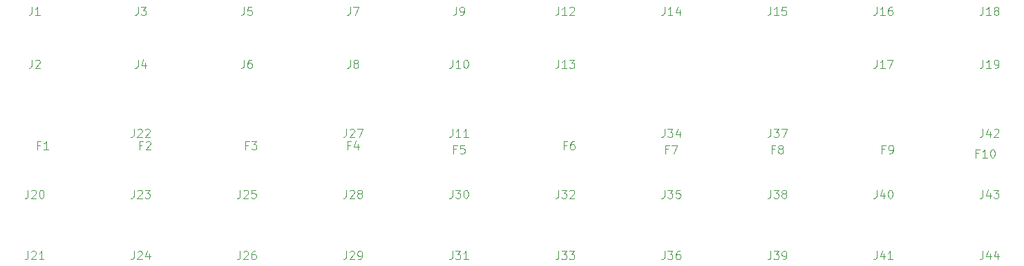
<source format=gbr>
%TF.GenerationSoftware,KiCad,Pcbnew,8.0.2-1*%
%TF.CreationDate,2024-06-10T12:13:12-07:00*%
%TF.ProjectId,FuseBlock,46757365-426c-46f6-936b-2e6b69636164,rev?*%
%TF.SameCoordinates,Original*%
%TF.FileFunction,Legend,Top*%
%TF.FilePolarity,Positive*%
%FSLAX46Y46*%
G04 Gerber Fmt 4.6, Leading zero omitted, Abs format (unit mm)*
G04 Created by KiCad (PCBNEW 8.0.2-1) date 2024-06-10 12:13:12*
%MOMM*%
%LPD*%
G01*
G04 APERTURE LIST*
%ADD10C,0.100000*%
G04 APERTURE END LIST*
D10*
X88690476Y-112457419D02*
X88690476Y-113171704D01*
X88690476Y-113171704D02*
X88642857Y-113314561D01*
X88642857Y-113314561D02*
X88547619Y-113409800D01*
X88547619Y-113409800D02*
X88404762Y-113457419D01*
X88404762Y-113457419D02*
X88309524Y-113457419D01*
X89119048Y-112552657D02*
X89166667Y-112505038D01*
X89166667Y-112505038D02*
X89261905Y-112457419D01*
X89261905Y-112457419D02*
X89500000Y-112457419D01*
X89500000Y-112457419D02*
X89595238Y-112505038D01*
X89595238Y-112505038D02*
X89642857Y-112552657D01*
X89642857Y-112552657D02*
X89690476Y-112647895D01*
X89690476Y-112647895D02*
X89690476Y-112743133D01*
X89690476Y-112743133D02*
X89642857Y-112885990D01*
X89642857Y-112885990D02*
X89071429Y-113457419D01*
X89071429Y-113457419D02*
X89690476Y-113457419D01*
X90547619Y-112790752D02*
X90547619Y-113457419D01*
X90309524Y-112409800D02*
X90071429Y-113124085D01*
X90071429Y-113124085D02*
X90690476Y-113124085D01*
X89666666Y-99433609D02*
X89333333Y-99433609D01*
X89333333Y-99957419D02*
X89333333Y-98957419D01*
X89333333Y-98957419D02*
X89809523Y-98957419D01*
X90142857Y-99052657D02*
X90190476Y-99005038D01*
X90190476Y-99005038D02*
X90285714Y-98957419D01*
X90285714Y-98957419D02*
X90523809Y-98957419D01*
X90523809Y-98957419D02*
X90619047Y-99005038D01*
X90619047Y-99005038D02*
X90666666Y-99052657D01*
X90666666Y-99052657D02*
X90714285Y-99147895D01*
X90714285Y-99147895D02*
X90714285Y-99243133D01*
X90714285Y-99243133D02*
X90666666Y-99385990D01*
X90666666Y-99385990D02*
X90095238Y-99957419D01*
X90095238Y-99957419D02*
X90714285Y-99957419D01*
X127690476Y-112457419D02*
X127690476Y-113171704D01*
X127690476Y-113171704D02*
X127642857Y-113314561D01*
X127642857Y-113314561D02*
X127547619Y-113409800D01*
X127547619Y-113409800D02*
X127404762Y-113457419D01*
X127404762Y-113457419D02*
X127309524Y-113457419D01*
X128071429Y-112457419D02*
X128690476Y-112457419D01*
X128690476Y-112457419D02*
X128357143Y-112838371D01*
X128357143Y-112838371D02*
X128500000Y-112838371D01*
X128500000Y-112838371D02*
X128595238Y-112885990D01*
X128595238Y-112885990D02*
X128642857Y-112933609D01*
X128642857Y-112933609D02*
X128690476Y-113028847D01*
X128690476Y-113028847D02*
X128690476Y-113266942D01*
X128690476Y-113266942D02*
X128642857Y-113362180D01*
X128642857Y-113362180D02*
X128595238Y-113409800D01*
X128595238Y-113409800D02*
X128500000Y-113457419D01*
X128500000Y-113457419D02*
X128214286Y-113457419D01*
X128214286Y-113457419D02*
X128119048Y-113409800D01*
X128119048Y-113409800D02*
X128071429Y-113362180D01*
X129642857Y-113457419D02*
X129071429Y-113457419D01*
X129357143Y-113457419D02*
X129357143Y-112457419D01*
X129357143Y-112457419D02*
X129261905Y-112600276D01*
X129261905Y-112600276D02*
X129166667Y-112695514D01*
X129166667Y-112695514D02*
X129071429Y-112743133D01*
X140690476Y-82457419D02*
X140690476Y-83171704D01*
X140690476Y-83171704D02*
X140642857Y-83314561D01*
X140642857Y-83314561D02*
X140547619Y-83409800D01*
X140547619Y-83409800D02*
X140404762Y-83457419D01*
X140404762Y-83457419D02*
X140309524Y-83457419D01*
X141690476Y-83457419D02*
X141119048Y-83457419D01*
X141404762Y-83457419D02*
X141404762Y-82457419D01*
X141404762Y-82457419D02*
X141309524Y-82600276D01*
X141309524Y-82600276D02*
X141214286Y-82695514D01*
X141214286Y-82695514D02*
X141119048Y-82743133D01*
X142071429Y-82552657D02*
X142119048Y-82505038D01*
X142119048Y-82505038D02*
X142214286Y-82457419D01*
X142214286Y-82457419D02*
X142452381Y-82457419D01*
X142452381Y-82457419D02*
X142547619Y-82505038D01*
X142547619Y-82505038D02*
X142595238Y-82552657D01*
X142595238Y-82552657D02*
X142642857Y-82647895D01*
X142642857Y-82647895D02*
X142642857Y-82743133D01*
X142642857Y-82743133D02*
X142595238Y-82885990D01*
X142595238Y-82885990D02*
X142023810Y-83457419D01*
X142023810Y-83457419D02*
X142642857Y-83457419D01*
X192690476Y-104957419D02*
X192690476Y-105671704D01*
X192690476Y-105671704D02*
X192642857Y-105814561D01*
X192642857Y-105814561D02*
X192547619Y-105909800D01*
X192547619Y-105909800D02*
X192404762Y-105957419D01*
X192404762Y-105957419D02*
X192309524Y-105957419D01*
X193595238Y-105290752D02*
X193595238Y-105957419D01*
X193357143Y-104909800D02*
X193119048Y-105624085D01*
X193119048Y-105624085D02*
X193738095Y-105624085D01*
X194023810Y-104957419D02*
X194642857Y-104957419D01*
X194642857Y-104957419D02*
X194309524Y-105338371D01*
X194309524Y-105338371D02*
X194452381Y-105338371D01*
X194452381Y-105338371D02*
X194547619Y-105385990D01*
X194547619Y-105385990D02*
X194595238Y-105433609D01*
X194595238Y-105433609D02*
X194642857Y-105528847D01*
X194642857Y-105528847D02*
X194642857Y-105766942D01*
X194642857Y-105766942D02*
X194595238Y-105862180D01*
X194595238Y-105862180D02*
X194547619Y-105909800D01*
X194547619Y-105909800D02*
X194452381Y-105957419D01*
X194452381Y-105957419D02*
X194166667Y-105957419D01*
X194166667Y-105957419D02*
X194071429Y-105909800D01*
X194071429Y-105909800D02*
X194023810Y-105862180D01*
X76166666Y-82457419D02*
X76166666Y-83171704D01*
X76166666Y-83171704D02*
X76119047Y-83314561D01*
X76119047Y-83314561D02*
X76023809Y-83409800D01*
X76023809Y-83409800D02*
X75880952Y-83457419D01*
X75880952Y-83457419D02*
X75785714Y-83457419D01*
X77166666Y-83457419D02*
X76595238Y-83457419D01*
X76880952Y-83457419D02*
X76880952Y-82457419D01*
X76880952Y-82457419D02*
X76785714Y-82600276D01*
X76785714Y-82600276D02*
X76690476Y-82695514D01*
X76690476Y-82695514D02*
X76595238Y-82743133D01*
X101690476Y-112457419D02*
X101690476Y-113171704D01*
X101690476Y-113171704D02*
X101642857Y-113314561D01*
X101642857Y-113314561D02*
X101547619Y-113409800D01*
X101547619Y-113409800D02*
X101404762Y-113457419D01*
X101404762Y-113457419D02*
X101309524Y-113457419D01*
X102119048Y-112552657D02*
X102166667Y-112505038D01*
X102166667Y-112505038D02*
X102261905Y-112457419D01*
X102261905Y-112457419D02*
X102500000Y-112457419D01*
X102500000Y-112457419D02*
X102595238Y-112505038D01*
X102595238Y-112505038D02*
X102642857Y-112552657D01*
X102642857Y-112552657D02*
X102690476Y-112647895D01*
X102690476Y-112647895D02*
X102690476Y-112743133D01*
X102690476Y-112743133D02*
X102642857Y-112885990D01*
X102642857Y-112885990D02*
X102071429Y-113457419D01*
X102071429Y-113457419D02*
X102690476Y-113457419D01*
X103547619Y-112457419D02*
X103357143Y-112457419D01*
X103357143Y-112457419D02*
X103261905Y-112505038D01*
X103261905Y-112505038D02*
X103214286Y-112552657D01*
X103214286Y-112552657D02*
X103119048Y-112695514D01*
X103119048Y-112695514D02*
X103071429Y-112885990D01*
X103071429Y-112885990D02*
X103071429Y-113266942D01*
X103071429Y-113266942D02*
X103119048Y-113362180D01*
X103119048Y-113362180D02*
X103166667Y-113409800D01*
X103166667Y-113409800D02*
X103261905Y-113457419D01*
X103261905Y-113457419D02*
X103452381Y-113457419D01*
X103452381Y-113457419D02*
X103547619Y-113409800D01*
X103547619Y-113409800D02*
X103595238Y-113362180D01*
X103595238Y-113362180D02*
X103642857Y-113266942D01*
X103642857Y-113266942D02*
X103642857Y-113028847D01*
X103642857Y-113028847D02*
X103595238Y-112933609D01*
X103595238Y-112933609D02*
X103547619Y-112885990D01*
X103547619Y-112885990D02*
X103452381Y-112838371D01*
X103452381Y-112838371D02*
X103261905Y-112838371D01*
X103261905Y-112838371D02*
X103166667Y-112885990D01*
X103166667Y-112885990D02*
X103119048Y-112933609D01*
X103119048Y-112933609D02*
X103071429Y-113028847D01*
X179690476Y-88957419D02*
X179690476Y-89671704D01*
X179690476Y-89671704D02*
X179642857Y-89814561D01*
X179642857Y-89814561D02*
X179547619Y-89909800D01*
X179547619Y-89909800D02*
X179404762Y-89957419D01*
X179404762Y-89957419D02*
X179309524Y-89957419D01*
X180690476Y-89957419D02*
X180119048Y-89957419D01*
X180404762Y-89957419D02*
X180404762Y-88957419D01*
X180404762Y-88957419D02*
X180309524Y-89100276D01*
X180309524Y-89100276D02*
X180214286Y-89195514D01*
X180214286Y-89195514D02*
X180119048Y-89243133D01*
X181023810Y-88957419D02*
X181690476Y-88957419D01*
X181690476Y-88957419D02*
X181261905Y-89957419D01*
X127690476Y-104957419D02*
X127690476Y-105671704D01*
X127690476Y-105671704D02*
X127642857Y-105814561D01*
X127642857Y-105814561D02*
X127547619Y-105909800D01*
X127547619Y-105909800D02*
X127404762Y-105957419D01*
X127404762Y-105957419D02*
X127309524Y-105957419D01*
X128071429Y-104957419D02*
X128690476Y-104957419D01*
X128690476Y-104957419D02*
X128357143Y-105338371D01*
X128357143Y-105338371D02*
X128500000Y-105338371D01*
X128500000Y-105338371D02*
X128595238Y-105385990D01*
X128595238Y-105385990D02*
X128642857Y-105433609D01*
X128642857Y-105433609D02*
X128690476Y-105528847D01*
X128690476Y-105528847D02*
X128690476Y-105766942D01*
X128690476Y-105766942D02*
X128642857Y-105862180D01*
X128642857Y-105862180D02*
X128595238Y-105909800D01*
X128595238Y-105909800D02*
X128500000Y-105957419D01*
X128500000Y-105957419D02*
X128214286Y-105957419D01*
X128214286Y-105957419D02*
X128119048Y-105909800D01*
X128119048Y-105909800D02*
X128071429Y-105862180D01*
X129309524Y-104957419D02*
X129404762Y-104957419D01*
X129404762Y-104957419D02*
X129500000Y-105005038D01*
X129500000Y-105005038D02*
X129547619Y-105052657D01*
X129547619Y-105052657D02*
X129595238Y-105147895D01*
X129595238Y-105147895D02*
X129642857Y-105338371D01*
X129642857Y-105338371D02*
X129642857Y-105576466D01*
X129642857Y-105576466D02*
X129595238Y-105766942D01*
X129595238Y-105766942D02*
X129547619Y-105862180D01*
X129547619Y-105862180D02*
X129500000Y-105909800D01*
X129500000Y-105909800D02*
X129404762Y-105957419D01*
X129404762Y-105957419D02*
X129309524Y-105957419D01*
X129309524Y-105957419D02*
X129214286Y-105909800D01*
X129214286Y-105909800D02*
X129166667Y-105862180D01*
X129166667Y-105862180D02*
X129119048Y-105766942D01*
X129119048Y-105766942D02*
X129071429Y-105576466D01*
X129071429Y-105576466D02*
X129071429Y-105338371D01*
X129071429Y-105338371D02*
X129119048Y-105147895D01*
X129119048Y-105147895D02*
X129166667Y-105052657D01*
X129166667Y-105052657D02*
X129214286Y-105005038D01*
X129214286Y-105005038D02*
X129309524Y-104957419D01*
X101690476Y-104957419D02*
X101690476Y-105671704D01*
X101690476Y-105671704D02*
X101642857Y-105814561D01*
X101642857Y-105814561D02*
X101547619Y-105909800D01*
X101547619Y-105909800D02*
X101404762Y-105957419D01*
X101404762Y-105957419D02*
X101309524Y-105957419D01*
X102119048Y-105052657D02*
X102166667Y-105005038D01*
X102166667Y-105005038D02*
X102261905Y-104957419D01*
X102261905Y-104957419D02*
X102500000Y-104957419D01*
X102500000Y-104957419D02*
X102595238Y-105005038D01*
X102595238Y-105005038D02*
X102642857Y-105052657D01*
X102642857Y-105052657D02*
X102690476Y-105147895D01*
X102690476Y-105147895D02*
X102690476Y-105243133D01*
X102690476Y-105243133D02*
X102642857Y-105385990D01*
X102642857Y-105385990D02*
X102071429Y-105957419D01*
X102071429Y-105957419D02*
X102690476Y-105957419D01*
X103595238Y-104957419D02*
X103119048Y-104957419D01*
X103119048Y-104957419D02*
X103071429Y-105433609D01*
X103071429Y-105433609D02*
X103119048Y-105385990D01*
X103119048Y-105385990D02*
X103214286Y-105338371D01*
X103214286Y-105338371D02*
X103452381Y-105338371D01*
X103452381Y-105338371D02*
X103547619Y-105385990D01*
X103547619Y-105385990D02*
X103595238Y-105433609D01*
X103595238Y-105433609D02*
X103642857Y-105528847D01*
X103642857Y-105528847D02*
X103642857Y-105766942D01*
X103642857Y-105766942D02*
X103595238Y-105862180D01*
X103595238Y-105862180D02*
X103547619Y-105909800D01*
X103547619Y-105909800D02*
X103452381Y-105957419D01*
X103452381Y-105957419D02*
X103214286Y-105957419D01*
X103214286Y-105957419D02*
X103119048Y-105909800D01*
X103119048Y-105909800D02*
X103071429Y-105862180D01*
X89166666Y-88957419D02*
X89166666Y-89671704D01*
X89166666Y-89671704D02*
X89119047Y-89814561D01*
X89119047Y-89814561D02*
X89023809Y-89909800D01*
X89023809Y-89909800D02*
X88880952Y-89957419D01*
X88880952Y-89957419D02*
X88785714Y-89957419D01*
X90071428Y-89290752D02*
X90071428Y-89957419D01*
X89833333Y-88909800D02*
X89595238Y-89624085D01*
X89595238Y-89624085D02*
X90214285Y-89624085D01*
X128166666Y-99933609D02*
X127833333Y-99933609D01*
X127833333Y-100457419D02*
X127833333Y-99457419D01*
X127833333Y-99457419D02*
X128309523Y-99457419D01*
X129166666Y-99457419D02*
X128690476Y-99457419D01*
X128690476Y-99457419D02*
X128642857Y-99933609D01*
X128642857Y-99933609D02*
X128690476Y-99885990D01*
X128690476Y-99885990D02*
X128785714Y-99838371D01*
X128785714Y-99838371D02*
X129023809Y-99838371D01*
X129023809Y-99838371D02*
X129119047Y-99885990D01*
X129119047Y-99885990D02*
X129166666Y-99933609D01*
X129166666Y-99933609D02*
X129214285Y-100028847D01*
X129214285Y-100028847D02*
X129214285Y-100266942D01*
X129214285Y-100266942D02*
X129166666Y-100362180D01*
X129166666Y-100362180D02*
X129119047Y-100409800D01*
X129119047Y-100409800D02*
X129023809Y-100457419D01*
X129023809Y-100457419D02*
X128785714Y-100457419D01*
X128785714Y-100457419D02*
X128690476Y-100409800D01*
X128690476Y-100409800D02*
X128642857Y-100362180D01*
X115166666Y-82457419D02*
X115166666Y-83171704D01*
X115166666Y-83171704D02*
X115119047Y-83314561D01*
X115119047Y-83314561D02*
X115023809Y-83409800D01*
X115023809Y-83409800D02*
X114880952Y-83457419D01*
X114880952Y-83457419D02*
X114785714Y-83457419D01*
X115547619Y-82457419D02*
X116214285Y-82457419D01*
X116214285Y-82457419D02*
X115785714Y-83457419D01*
X179690476Y-82457419D02*
X179690476Y-83171704D01*
X179690476Y-83171704D02*
X179642857Y-83314561D01*
X179642857Y-83314561D02*
X179547619Y-83409800D01*
X179547619Y-83409800D02*
X179404762Y-83457419D01*
X179404762Y-83457419D02*
X179309524Y-83457419D01*
X180690476Y-83457419D02*
X180119048Y-83457419D01*
X180404762Y-83457419D02*
X180404762Y-82457419D01*
X180404762Y-82457419D02*
X180309524Y-82600276D01*
X180309524Y-82600276D02*
X180214286Y-82695514D01*
X180214286Y-82695514D02*
X180119048Y-82743133D01*
X181547619Y-82457419D02*
X181357143Y-82457419D01*
X181357143Y-82457419D02*
X181261905Y-82505038D01*
X181261905Y-82505038D02*
X181214286Y-82552657D01*
X181214286Y-82552657D02*
X181119048Y-82695514D01*
X181119048Y-82695514D02*
X181071429Y-82885990D01*
X181071429Y-82885990D02*
X181071429Y-83266942D01*
X181071429Y-83266942D02*
X181119048Y-83362180D01*
X181119048Y-83362180D02*
X181166667Y-83409800D01*
X181166667Y-83409800D02*
X181261905Y-83457419D01*
X181261905Y-83457419D02*
X181452381Y-83457419D01*
X181452381Y-83457419D02*
X181547619Y-83409800D01*
X181547619Y-83409800D02*
X181595238Y-83362180D01*
X181595238Y-83362180D02*
X181642857Y-83266942D01*
X181642857Y-83266942D02*
X181642857Y-83028847D01*
X181642857Y-83028847D02*
X181595238Y-82933609D01*
X181595238Y-82933609D02*
X181547619Y-82885990D01*
X181547619Y-82885990D02*
X181452381Y-82838371D01*
X181452381Y-82838371D02*
X181261905Y-82838371D01*
X181261905Y-82838371D02*
X181166667Y-82885990D01*
X181166667Y-82885990D02*
X181119048Y-82933609D01*
X181119048Y-82933609D02*
X181071429Y-83028847D01*
X114690476Y-97457419D02*
X114690476Y-98171704D01*
X114690476Y-98171704D02*
X114642857Y-98314561D01*
X114642857Y-98314561D02*
X114547619Y-98409800D01*
X114547619Y-98409800D02*
X114404762Y-98457419D01*
X114404762Y-98457419D02*
X114309524Y-98457419D01*
X115119048Y-97552657D02*
X115166667Y-97505038D01*
X115166667Y-97505038D02*
X115261905Y-97457419D01*
X115261905Y-97457419D02*
X115500000Y-97457419D01*
X115500000Y-97457419D02*
X115595238Y-97505038D01*
X115595238Y-97505038D02*
X115642857Y-97552657D01*
X115642857Y-97552657D02*
X115690476Y-97647895D01*
X115690476Y-97647895D02*
X115690476Y-97743133D01*
X115690476Y-97743133D02*
X115642857Y-97885990D01*
X115642857Y-97885990D02*
X115071429Y-98457419D01*
X115071429Y-98457419D02*
X115690476Y-98457419D01*
X116023810Y-97457419D02*
X116690476Y-97457419D01*
X116690476Y-97457419D02*
X116261905Y-98457419D01*
X102666666Y-99433609D02*
X102333333Y-99433609D01*
X102333333Y-99957419D02*
X102333333Y-98957419D01*
X102333333Y-98957419D02*
X102809523Y-98957419D01*
X103095238Y-98957419D02*
X103714285Y-98957419D01*
X103714285Y-98957419D02*
X103380952Y-99338371D01*
X103380952Y-99338371D02*
X103523809Y-99338371D01*
X103523809Y-99338371D02*
X103619047Y-99385990D01*
X103619047Y-99385990D02*
X103666666Y-99433609D01*
X103666666Y-99433609D02*
X103714285Y-99528847D01*
X103714285Y-99528847D02*
X103714285Y-99766942D01*
X103714285Y-99766942D02*
X103666666Y-99862180D01*
X103666666Y-99862180D02*
X103619047Y-99909800D01*
X103619047Y-99909800D02*
X103523809Y-99957419D01*
X103523809Y-99957419D02*
X103238095Y-99957419D01*
X103238095Y-99957419D02*
X103142857Y-99909800D01*
X103142857Y-99909800D02*
X103095238Y-99862180D01*
X115166666Y-99433609D02*
X114833333Y-99433609D01*
X114833333Y-99957419D02*
X114833333Y-98957419D01*
X114833333Y-98957419D02*
X115309523Y-98957419D01*
X116119047Y-99290752D02*
X116119047Y-99957419D01*
X115880952Y-98909800D02*
X115642857Y-99624085D01*
X115642857Y-99624085D02*
X116261904Y-99624085D01*
X153690476Y-112457419D02*
X153690476Y-113171704D01*
X153690476Y-113171704D02*
X153642857Y-113314561D01*
X153642857Y-113314561D02*
X153547619Y-113409800D01*
X153547619Y-113409800D02*
X153404762Y-113457419D01*
X153404762Y-113457419D02*
X153309524Y-113457419D01*
X154071429Y-112457419D02*
X154690476Y-112457419D01*
X154690476Y-112457419D02*
X154357143Y-112838371D01*
X154357143Y-112838371D02*
X154500000Y-112838371D01*
X154500000Y-112838371D02*
X154595238Y-112885990D01*
X154595238Y-112885990D02*
X154642857Y-112933609D01*
X154642857Y-112933609D02*
X154690476Y-113028847D01*
X154690476Y-113028847D02*
X154690476Y-113266942D01*
X154690476Y-113266942D02*
X154642857Y-113362180D01*
X154642857Y-113362180D02*
X154595238Y-113409800D01*
X154595238Y-113409800D02*
X154500000Y-113457419D01*
X154500000Y-113457419D02*
X154214286Y-113457419D01*
X154214286Y-113457419D02*
X154119048Y-113409800D01*
X154119048Y-113409800D02*
X154071429Y-113362180D01*
X155547619Y-112457419D02*
X155357143Y-112457419D01*
X155357143Y-112457419D02*
X155261905Y-112505038D01*
X155261905Y-112505038D02*
X155214286Y-112552657D01*
X155214286Y-112552657D02*
X155119048Y-112695514D01*
X155119048Y-112695514D02*
X155071429Y-112885990D01*
X155071429Y-112885990D02*
X155071429Y-113266942D01*
X155071429Y-113266942D02*
X155119048Y-113362180D01*
X155119048Y-113362180D02*
X155166667Y-113409800D01*
X155166667Y-113409800D02*
X155261905Y-113457419D01*
X155261905Y-113457419D02*
X155452381Y-113457419D01*
X155452381Y-113457419D02*
X155547619Y-113409800D01*
X155547619Y-113409800D02*
X155595238Y-113362180D01*
X155595238Y-113362180D02*
X155642857Y-113266942D01*
X155642857Y-113266942D02*
X155642857Y-113028847D01*
X155642857Y-113028847D02*
X155595238Y-112933609D01*
X155595238Y-112933609D02*
X155547619Y-112885990D01*
X155547619Y-112885990D02*
X155452381Y-112838371D01*
X155452381Y-112838371D02*
X155261905Y-112838371D01*
X155261905Y-112838371D02*
X155166667Y-112885990D01*
X155166667Y-112885990D02*
X155119048Y-112933609D01*
X155119048Y-112933609D02*
X155071429Y-113028847D01*
X192690476Y-97457419D02*
X192690476Y-98171704D01*
X192690476Y-98171704D02*
X192642857Y-98314561D01*
X192642857Y-98314561D02*
X192547619Y-98409800D01*
X192547619Y-98409800D02*
X192404762Y-98457419D01*
X192404762Y-98457419D02*
X192309524Y-98457419D01*
X193595238Y-97790752D02*
X193595238Y-98457419D01*
X193357143Y-97409800D02*
X193119048Y-98124085D01*
X193119048Y-98124085D02*
X193738095Y-98124085D01*
X194071429Y-97552657D02*
X194119048Y-97505038D01*
X194119048Y-97505038D02*
X194214286Y-97457419D01*
X194214286Y-97457419D02*
X194452381Y-97457419D01*
X194452381Y-97457419D02*
X194547619Y-97505038D01*
X194547619Y-97505038D02*
X194595238Y-97552657D01*
X194595238Y-97552657D02*
X194642857Y-97647895D01*
X194642857Y-97647895D02*
X194642857Y-97743133D01*
X194642857Y-97743133D02*
X194595238Y-97885990D01*
X194595238Y-97885990D02*
X194023810Y-98457419D01*
X194023810Y-98457419D02*
X194642857Y-98457419D01*
X75690476Y-104957419D02*
X75690476Y-105671704D01*
X75690476Y-105671704D02*
X75642857Y-105814561D01*
X75642857Y-105814561D02*
X75547619Y-105909800D01*
X75547619Y-105909800D02*
X75404762Y-105957419D01*
X75404762Y-105957419D02*
X75309524Y-105957419D01*
X76119048Y-105052657D02*
X76166667Y-105005038D01*
X76166667Y-105005038D02*
X76261905Y-104957419D01*
X76261905Y-104957419D02*
X76500000Y-104957419D01*
X76500000Y-104957419D02*
X76595238Y-105005038D01*
X76595238Y-105005038D02*
X76642857Y-105052657D01*
X76642857Y-105052657D02*
X76690476Y-105147895D01*
X76690476Y-105147895D02*
X76690476Y-105243133D01*
X76690476Y-105243133D02*
X76642857Y-105385990D01*
X76642857Y-105385990D02*
X76071429Y-105957419D01*
X76071429Y-105957419D02*
X76690476Y-105957419D01*
X77309524Y-104957419D02*
X77404762Y-104957419D01*
X77404762Y-104957419D02*
X77500000Y-105005038D01*
X77500000Y-105005038D02*
X77547619Y-105052657D01*
X77547619Y-105052657D02*
X77595238Y-105147895D01*
X77595238Y-105147895D02*
X77642857Y-105338371D01*
X77642857Y-105338371D02*
X77642857Y-105576466D01*
X77642857Y-105576466D02*
X77595238Y-105766942D01*
X77595238Y-105766942D02*
X77547619Y-105862180D01*
X77547619Y-105862180D02*
X77500000Y-105909800D01*
X77500000Y-105909800D02*
X77404762Y-105957419D01*
X77404762Y-105957419D02*
X77309524Y-105957419D01*
X77309524Y-105957419D02*
X77214286Y-105909800D01*
X77214286Y-105909800D02*
X77166667Y-105862180D01*
X77166667Y-105862180D02*
X77119048Y-105766942D01*
X77119048Y-105766942D02*
X77071429Y-105576466D01*
X77071429Y-105576466D02*
X77071429Y-105338371D01*
X77071429Y-105338371D02*
X77119048Y-105147895D01*
X77119048Y-105147895D02*
X77166667Y-105052657D01*
X77166667Y-105052657D02*
X77214286Y-105005038D01*
X77214286Y-105005038D02*
X77309524Y-104957419D01*
X192690476Y-88957419D02*
X192690476Y-89671704D01*
X192690476Y-89671704D02*
X192642857Y-89814561D01*
X192642857Y-89814561D02*
X192547619Y-89909800D01*
X192547619Y-89909800D02*
X192404762Y-89957419D01*
X192404762Y-89957419D02*
X192309524Y-89957419D01*
X193690476Y-89957419D02*
X193119048Y-89957419D01*
X193404762Y-89957419D02*
X193404762Y-88957419D01*
X193404762Y-88957419D02*
X193309524Y-89100276D01*
X193309524Y-89100276D02*
X193214286Y-89195514D01*
X193214286Y-89195514D02*
X193119048Y-89243133D01*
X194166667Y-89957419D02*
X194357143Y-89957419D01*
X194357143Y-89957419D02*
X194452381Y-89909800D01*
X194452381Y-89909800D02*
X194500000Y-89862180D01*
X194500000Y-89862180D02*
X194595238Y-89719323D01*
X194595238Y-89719323D02*
X194642857Y-89528847D01*
X194642857Y-89528847D02*
X194642857Y-89147895D01*
X194642857Y-89147895D02*
X194595238Y-89052657D01*
X194595238Y-89052657D02*
X194547619Y-89005038D01*
X194547619Y-89005038D02*
X194452381Y-88957419D01*
X194452381Y-88957419D02*
X194261905Y-88957419D01*
X194261905Y-88957419D02*
X194166667Y-89005038D01*
X194166667Y-89005038D02*
X194119048Y-89052657D01*
X194119048Y-89052657D02*
X194071429Y-89147895D01*
X194071429Y-89147895D02*
X194071429Y-89385990D01*
X194071429Y-89385990D02*
X194119048Y-89481228D01*
X194119048Y-89481228D02*
X194166667Y-89528847D01*
X194166667Y-89528847D02*
X194261905Y-89576466D01*
X194261905Y-89576466D02*
X194452381Y-89576466D01*
X194452381Y-89576466D02*
X194547619Y-89528847D01*
X194547619Y-89528847D02*
X194595238Y-89481228D01*
X194595238Y-89481228D02*
X194642857Y-89385990D01*
X167166666Y-99933609D02*
X166833333Y-99933609D01*
X166833333Y-100457419D02*
X166833333Y-99457419D01*
X166833333Y-99457419D02*
X167309523Y-99457419D01*
X167833333Y-99885990D02*
X167738095Y-99838371D01*
X167738095Y-99838371D02*
X167690476Y-99790752D01*
X167690476Y-99790752D02*
X167642857Y-99695514D01*
X167642857Y-99695514D02*
X167642857Y-99647895D01*
X167642857Y-99647895D02*
X167690476Y-99552657D01*
X167690476Y-99552657D02*
X167738095Y-99505038D01*
X167738095Y-99505038D02*
X167833333Y-99457419D01*
X167833333Y-99457419D02*
X168023809Y-99457419D01*
X168023809Y-99457419D02*
X168119047Y-99505038D01*
X168119047Y-99505038D02*
X168166666Y-99552657D01*
X168166666Y-99552657D02*
X168214285Y-99647895D01*
X168214285Y-99647895D02*
X168214285Y-99695514D01*
X168214285Y-99695514D02*
X168166666Y-99790752D01*
X168166666Y-99790752D02*
X168119047Y-99838371D01*
X168119047Y-99838371D02*
X168023809Y-99885990D01*
X168023809Y-99885990D02*
X167833333Y-99885990D01*
X167833333Y-99885990D02*
X167738095Y-99933609D01*
X167738095Y-99933609D02*
X167690476Y-99981228D01*
X167690476Y-99981228D02*
X167642857Y-100076466D01*
X167642857Y-100076466D02*
X167642857Y-100266942D01*
X167642857Y-100266942D02*
X167690476Y-100362180D01*
X167690476Y-100362180D02*
X167738095Y-100409800D01*
X167738095Y-100409800D02*
X167833333Y-100457419D01*
X167833333Y-100457419D02*
X168023809Y-100457419D01*
X168023809Y-100457419D02*
X168119047Y-100409800D01*
X168119047Y-100409800D02*
X168166666Y-100362180D01*
X168166666Y-100362180D02*
X168214285Y-100266942D01*
X168214285Y-100266942D02*
X168214285Y-100076466D01*
X168214285Y-100076466D02*
X168166666Y-99981228D01*
X168166666Y-99981228D02*
X168119047Y-99933609D01*
X168119047Y-99933609D02*
X168023809Y-99885990D01*
X115166666Y-88957419D02*
X115166666Y-89671704D01*
X115166666Y-89671704D02*
X115119047Y-89814561D01*
X115119047Y-89814561D02*
X115023809Y-89909800D01*
X115023809Y-89909800D02*
X114880952Y-89957419D01*
X114880952Y-89957419D02*
X114785714Y-89957419D01*
X115785714Y-89385990D02*
X115690476Y-89338371D01*
X115690476Y-89338371D02*
X115642857Y-89290752D01*
X115642857Y-89290752D02*
X115595238Y-89195514D01*
X115595238Y-89195514D02*
X115595238Y-89147895D01*
X115595238Y-89147895D02*
X115642857Y-89052657D01*
X115642857Y-89052657D02*
X115690476Y-89005038D01*
X115690476Y-89005038D02*
X115785714Y-88957419D01*
X115785714Y-88957419D02*
X115976190Y-88957419D01*
X115976190Y-88957419D02*
X116071428Y-89005038D01*
X116071428Y-89005038D02*
X116119047Y-89052657D01*
X116119047Y-89052657D02*
X116166666Y-89147895D01*
X116166666Y-89147895D02*
X116166666Y-89195514D01*
X116166666Y-89195514D02*
X116119047Y-89290752D01*
X116119047Y-89290752D02*
X116071428Y-89338371D01*
X116071428Y-89338371D02*
X115976190Y-89385990D01*
X115976190Y-89385990D02*
X115785714Y-89385990D01*
X115785714Y-89385990D02*
X115690476Y-89433609D01*
X115690476Y-89433609D02*
X115642857Y-89481228D01*
X115642857Y-89481228D02*
X115595238Y-89576466D01*
X115595238Y-89576466D02*
X115595238Y-89766942D01*
X115595238Y-89766942D02*
X115642857Y-89862180D01*
X115642857Y-89862180D02*
X115690476Y-89909800D01*
X115690476Y-89909800D02*
X115785714Y-89957419D01*
X115785714Y-89957419D02*
X115976190Y-89957419D01*
X115976190Y-89957419D02*
X116071428Y-89909800D01*
X116071428Y-89909800D02*
X116119047Y-89862180D01*
X116119047Y-89862180D02*
X116166666Y-89766942D01*
X116166666Y-89766942D02*
X116166666Y-89576466D01*
X116166666Y-89576466D02*
X116119047Y-89481228D01*
X116119047Y-89481228D02*
X116071428Y-89433609D01*
X116071428Y-89433609D02*
X115976190Y-89385990D01*
X127690476Y-88957419D02*
X127690476Y-89671704D01*
X127690476Y-89671704D02*
X127642857Y-89814561D01*
X127642857Y-89814561D02*
X127547619Y-89909800D01*
X127547619Y-89909800D02*
X127404762Y-89957419D01*
X127404762Y-89957419D02*
X127309524Y-89957419D01*
X128690476Y-89957419D02*
X128119048Y-89957419D01*
X128404762Y-89957419D02*
X128404762Y-88957419D01*
X128404762Y-88957419D02*
X128309524Y-89100276D01*
X128309524Y-89100276D02*
X128214286Y-89195514D01*
X128214286Y-89195514D02*
X128119048Y-89243133D01*
X129309524Y-88957419D02*
X129404762Y-88957419D01*
X129404762Y-88957419D02*
X129500000Y-89005038D01*
X129500000Y-89005038D02*
X129547619Y-89052657D01*
X129547619Y-89052657D02*
X129595238Y-89147895D01*
X129595238Y-89147895D02*
X129642857Y-89338371D01*
X129642857Y-89338371D02*
X129642857Y-89576466D01*
X129642857Y-89576466D02*
X129595238Y-89766942D01*
X129595238Y-89766942D02*
X129547619Y-89862180D01*
X129547619Y-89862180D02*
X129500000Y-89909800D01*
X129500000Y-89909800D02*
X129404762Y-89957419D01*
X129404762Y-89957419D02*
X129309524Y-89957419D01*
X129309524Y-89957419D02*
X129214286Y-89909800D01*
X129214286Y-89909800D02*
X129166667Y-89862180D01*
X129166667Y-89862180D02*
X129119048Y-89766942D01*
X129119048Y-89766942D02*
X129071429Y-89576466D01*
X129071429Y-89576466D02*
X129071429Y-89338371D01*
X129071429Y-89338371D02*
X129119048Y-89147895D01*
X129119048Y-89147895D02*
X129166667Y-89052657D01*
X129166667Y-89052657D02*
X129214286Y-89005038D01*
X129214286Y-89005038D02*
X129309524Y-88957419D01*
X88690476Y-104957419D02*
X88690476Y-105671704D01*
X88690476Y-105671704D02*
X88642857Y-105814561D01*
X88642857Y-105814561D02*
X88547619Y-105909800D01*
X88547619Y-105909800D02*
X88404762Y-105957419D01*
X88404762Y-105957419D02*
X88309524Y-105957419D01*
X89119048Y-105052657D02*
X89166667Y-105005038D01*
X89166667Y-105005038D02*
X89261905Y-104957419D01*
X89261905Y-104957419D02*
X89500000Y-104957419D01*
X89500000Y-104957419D02*
X89595238Y-105005038D01*
X89595238Y-105005038D02*
X89642857Y-105052657D01*
X89642857Y-105052657D02*
X89690476Y-105147895D01*
X89690476Y-105147895D02*
X89690476Y-105243133D01*
X89690476Y-105243133D02*
X89642857Y-105385990D01*
X89642857Y-105385990D02*
X89071429Y-105957419D01*
X89071429Y-105957419D02*
X89690476Y-105957419D01*
X90023810Y-104957419D02*
X90642857Y-104957419D01*
X90642857Y-104957419D02*
X90309524Y-105338371D01*
X90309524Y-105338371D02*
X90452381Y-105338371D01*
X90452381Y-105338371D02*
X90547619Y-105385990D01*
X90547619Y-105385990D02*
X90595238Y-105433609D01*
X90595238Y-105433609D02*
X90642857Y-105528847D01*
X90642857Y-105528847D02*
X90642857Y-105766942D01*
X90642857Y-105766942D02*
X90595238Y-105862180D01*
X90595238Y-105862180D02*
X90547619Y-105909800D01*
X90547619Y-105909800D02*
X90452381Y-105957419D01*
X90452381Y-105957419D02*
X90166667Y-105957419D01*
X90166667Y-105957419D02*
X90071429Y-105909800D01*
X90071429Y-105909800D02*
X90023810Y-105862180D01*
X154166666Y-99933609D02*
X153833333Y-99933609D01*
X153833333Y-100457419D02*
X153833333Y-99457419D01*
X153833333Y-99457419D02*
X154309523Y-99457419D01*
X154595238Y-99457419D02*
X155261904Y-99457419D01*
X155261904Y-99457419D02*
X154833333Y-100457419D01*
X127690476Y-97457419D02*
X127690476Y-98171704D01*
X127690476Y-98171704D02*
X127642857Y-98314561D01*
X127642857Y-98314561D02*
X127547619Y-98409800D01*
X127547619Y-98409800D02*
X127404762Y-98457419D01*
X127404762Y-98457419D02*
X127309524Y-98457419D01*
X128690476Y-98457419D02*
X128119048Y-98457419D01*
X128404762Y-98457419D02*
X128404762Y-97457419D01*
X128404762Y-97457419D02*
X128309524Y-97600276D01*
X128309524Y-97600276D02*
X128214286Y-97695514D01*
X128214286Y-97695514D02*
X128119048Y-97743133D01*
X129642857Y-98457419D02*
X129071429Y-98457419D01*
X129357143Y-98457419D02*
X129357143Y-97457419D01*
X129357143Y-97457419D02*
X129261905Y-97600276D01*
X129261905Y-97600276D02*
X129166667Y-97695514D01*
X129166667Y-97695514D02*
X129071429Y-97743133D01*
X89166666Y-82457419D02*
X89166666Y-83171704D01*
X89166666Y-83171704D02*
X89119047Y-83314561D01*
X89119047Y-83314561D02*
X89023809Y-83409800D01*
X89023809Y-83409800D02*
X88880952Y-83457419D01*
X88880952Y-83457419D02*
X88785714Y-83457419D01*
X89547619Y-82457419D02*
X90166666Y-82457419D01*
X90166666Y-82457419D02*
X89833333Y-82838371D01*
X89833333Y-82838371D02*
X89976190Y-82838371D01*
X89976190Y-82838371D02*
X90071428Y-82885990D01*
X90071428Y-82885990D02*
X90119047Y-82933609D01*
X90119047Y-82933609D02*
X90166666Y-83028847D01*
X90166666Y-83028847D02*
X90166666Y-83266942D01*
X90166666Y-83266942D02*
X90119047Y-83362180D01*
X90119047Y-83362180D02*
X90071428Y-83409800D01*
X90071428Y-83409800D02*
X89976190Y-83457419D01*
X89976190Y-83457419D02*
X89690476Y-83457419D01*
X89690476Y-83457419D02*
X89595238Y-83409800D01*
X89595238Y-83409800D02*
X89547619Y-83362180D01*
X76166666Y-88957419D02*
X76166666Y-89671704D01*
X76166666Y-89671704D02*
X76119047Y-89814561D01*
X76119047Y-89814561D02*
X76023809Y-89909800D01*
X76023809Y-89909800D02*
X75880952Y-89957419D01*
X75880952Y-89957419D02*
X75785714Y-89957419D01*
X76595238Y-89052657D02*
X76642857Y-89005038D01*
X76642857Y-89005038D02*
X76738095Y-88957419D01*
X76738095Y-88957419D02*
X76976190Y-88957419D01*
X76976190Y-88957419D02*
X77071428Y-89005038D01*
X77071428Y-89005038D02*
X77119047Y-89052657D01*
X77119047Y-89052657D02*
X77166666Y-89147895D01*
X77166666Y-89147895D02*
X77166666Y-89243133D01*
X77166666Y-89243133D02*
X77119047Y-89385990D01*
X77119047Y-89385990D02*
X76547619Y-89957419D01*
X76547619Y-89957419D02*
X77166666Y-89957419D01*
X166690476Y-97457419D02*
X166690476Y-98171704D01*
X166690476Y-98171704D02*
X166642857Y-98314561D01*
X166642857Y-98314561D02*
X166547619Y-98409800D01*
X166547619Y-98409800D02*
X166404762Y-98457419D01*
X166404762Y-98457419D02*
X166309524Y-98457419D01*
X167071429Y-97457419D02*
X167690476Y-97457419D01*
X167690476Y-97457419D02*
X167357143Y-97838371D01*
X167357143Y-97838371D02*
X167500000Y-97838371D01*
X167500000Y-97838371D02*
X167595238Y-97885990D01*
X167595238Y-97885990D02*
X167642857Y-97933609D01*
X167642857Y-97933609D02*
X167690476Y-98028847D01*
X167690476Y-98028847D02*
X167690476Y-98266942D01*
X167690476Y-98266942D02*
X167642857Y-98362180D01*
X167642857Y-98362180D02*
X167595238Y-98409800D01*
X167595238Y-98409800D02*
X167500000Y-98457419D01*
X167500000Y-98457419D02*
X167214286Y-98457419D01*
X167214286Y-98457419D02*
X167119048Y-98409800D01*
X167119048Y-98409800D02*
X167071429Y-98362180D01*
X168023810Y-97457419D02*
X168690476Y-97457419D01*
X168690476Y-97457419D02*
X168261905Y-98457419D01*
X102166666Y-88957419D02*
X102166666Y-89671704D01*
X102166666Y-89671704D02*
X102119047Y-89814561D01*
X102119047Y-89814561D02*
X102023809Y-89909800D01*
X102023809Y-89909800D02*
X101880952Y-89957419D01*
X101880952Y-89957419D02*
X101785714Y-89957419D01*
X103071428Y-88957419D02*
X102880952Y-88957419D01*
X102880952Y-88957419D02*
X102785714Y-89005038D01*
X102785714Y-89005038D02*
X102738095Y-89052657D01*
X102738095Y-89052657D02*
X102642857Y-89195514D01*
X102642857Y-89195514D02*
X102595238Y-89385990D01*
X102595238Y-89385990D02*
X102595238Y-89766942D01*
X102595238Y-89766942D02*
X102642857Y-89862180D01*
X102642857Y-89862180D02*
X102690476Y-89909800D01*
X102690476Y-89909800D02*
X102785714Y-89957419D01*
X102785714Y-89957419D02*
X102976190Y-89957419D01*
X102976190Y-89957419D02*
X103071428Y-89909800D01*
X103071428Y-89909800D02*
X103119047Y-89862180D01*
X103119047Y-89862180D02*
X103166666Y-89766942D01*
X103166666Y-89766942D02*
X103166666Y-89528847D01*
X103166666Y-89528847D02*
X103119047Y-89433609D01*
X103119047Y-89433609D02*
X103071428Y-89385990D01*
X103071428Y-89385990D02*
X102976190Y-89338371D01*
X102976190Y-89338371D02*
X102785714Y-89338371D01*
X102785714Y-89338371D02*
X102690476Y-89385990D01*
X102690476Y-89385990D02*
X102642857Y-89433609D01*
X102642857Y-89433609D02*
X102595238Y-89528847D01*
X77166666Y-99433609D02*
X76833333Y-99433609D01*
X76833333Y-99957419D02*
X76833333Y-98957419D01*
X76833333Y-98957419D02*
X77309523Y-98957419D01*
X78214285Y-99957419D02*
X77642857Y-99957419D01*
X77928571Y-99957419D02*
X77928571Y-98957419D01*
X77928571Y-98957419D02*
X77833333Y-99100276D01*
X77833333Y-99100276D02*
X77738095Y-99195514D01*
X77738095Y-99195514D02*
X77642857Y-99243133D01*
X75690476Y-112457419D02*
X75690476Y-113171704D01*
X75690476Y-113171704D02*
X75642857Y-113314561D01*
X75642857Y-113314561D02*
X75547619Y-113409800D01*
X75547619Y-113409800D02*
X75404762Y-113457419D01*
X75404762Y-113457419D02*
X75309524Y-113457419D01*
X76119048Y-112552657D02*
X76166667Y-112505038D01*
X76166667Y-112505038D02*
X76261905Y-112457419D01*
X76261905Y-112457419D02*
X76500000Y-112457419D01*
X76500000Y-112457419D02*
X76595238Y-112505038D01*
X76595238Y-112505038D02*
X76642857Y-112552657D01*
X76642857Y-112552657D02*
X76690476Y-112647895D01*
X76690476Y-112647895D02*
X76690476Y-112743133D01*
X76690476Y-112743133D02*
X76642857Y-112885990D01*
X76642857Y-112885990D02*
X76071429Y-113457419D01*
X76071429Y-113457419D02*
X76690476Y-113457419D01*
X77642857Y-113457419D02*
X77071429Y-113457419D01*
X77357143Y-113457419D02*
X77357143Y-112457419D01*
X77357143Y-112457419D02*
X77261905Y-112600276D01*
X77261905Y-112600276D02*
X77166667Y-112695514D01*
X77166667Y-112695514D02*
X77071429Y-112743133D01*
X179690476Y-104957419D02*
X179690476Y-105671704D01*
X179690476Y-105671704D02*
X179642857Y-105814561D01*
X179642857Y-105814561D02*
X179547619Y-105909800D01*
X179547619Y-105909800D02*
X179404762Y-105957419D01*
X179404762Y-105957419D02*
X179309524Y-105957419D01*
X180595238Y-105290752D02*
X180595238Y-105957419D01*
X180357143Y-104909800D02*
X180119048Y-105624085D01*
X180119048Y-105624085D02*
X180738095Y-105624085D01*
X181309524Y-104957419D02*
X181404762Y-104957419D01*
X181404762Y-104957419D02*
X181500000Y-105005038D01*
X181500000Y-105005038D02*
X181547619Y-105052657D01*
X181547619Y-105052657D02*
X181595238Y-105147895D01*
X181595238Y-105147895D02*
X181642857Y-105338371D01*
X181642857Y-105338371D02*
X181642857Y-105576466D01*
X181642857Y-105576466D02*
X181595238Y-105766942D01*
X181595238Y-105766942D02*
X181547619Y-105862180D01*
X181547619Y-105862180D02*
X181500000Y-105909800D01*
X181500000Y-105909800D02*
X181404762Y-105957419D01*
X181404762Y-105957419D02*
X181309524Y-105957419D01*
X181309524Y-105957419D02*
X181214286Y-105909800D01*
X181214286Y-105909800D02*
X181166667Y-105862180D01*
X181166667Y-105862180D02*
X181119048Y-105766942D01*
X181119048Y-105766942D02*
X181071429Y-105576466D01*
X181071429Y-105576466D02*
X181071429Y-105338371D01*
X181071429Y-105338371D02*
X181119048Y-105147895D01*
X181119048Y-105147895D02*
X181166667Y-105052657D01*
X181166667Y-105052657D02*
X181214286Y-105005038D01*
X181214286Y-105005038D02*
X181309524Y-104957419D01*
X180666666Y-99933609D02*
X180333333Y-99933609D01*
X180333333Y-100457419D02*
X180333333Y-99457419D01*
X180333333Y-99457419D02*
X180809523Y-99457419D01*
X181238095Y-100457419D02*
X181428571Y-100457419D01*
X181428571Y-100457419D02*
X181523809Y-100409800D01*
X181523809Y-100409800D02*
X181571428Y-100362180D01*
X181571428Y-100362180D02*
X181666666Y-100219323D01*
X181666666Y-100219323D02*
X181714285Y-100028847D01*
X181714285Y-100028847D02*
X181714285Y-99647895D01*
X181714285Y-99647895D02*
X181666666Y-99552657D01*
X181666666Y-99552657D02*
X181619047Y-99505038D01*
X181619047Y-99505038D02*
X181523809Y-99457419D01*
X181523809Y-99457419D02*
X181333333Y-99457419D01*
X181333333Y-99457419D02*
X181238095Y-99505038D01*
X181238095Y-99505038D02*
X181190476Y-99552657D01*
X181190476Y-99552657D02*
X181142857Y-99647895D01*
X181142857Y-99647895D02*
X181142857Y-99885990D01*
X181142857Y-99885990D02*
X181190476Y-99981228D01*
X181190476Y-99981228D02*
X181238095Y-100028847D01*
X181238095Y-100028847D02*
X181333333Y-100076466D01*
X181333333Y-100076466D02*
X181523809Y-100076466D01*
X181523809Y-100076466D02*
X181619047Y-100028847D01*
X181619047Y-100028847D02*
X181666666Y-99981228D01*
X181666666Y-99981228D02*
X181714285Y-99885990D01*
X179690476Y-112457419D02*
X179690476Y-113171704D01*
X179690476Y-113171704D02*
X179642857Y-113314561D01*
X179642857Y-113314561D02*
X179547619Y-113409800D01*
X179547619Y-113409800D02*
X179404762Y-113457419D01*
X179404762Y-113457419D02*
X179309524Y-113457419D01*
X180595238Y-112790752D02*
X180595238Y-113457419D01*
X180357143Y-112409800D02*
X180119048Y-113124085D01*
X180119048Y-113124085D02*
X180738095Y-113124085D01*
X181642857Y-113457419D02*
X181071429Y-113457419D01*
X181357143Y-113457419D02*
X181357143Y-112457419D01*
X181357143Y-112457419D02*
X181261905Y-112600276D01*
X181261905Y-112600276D02*
X181166667Y-112695514D01*
X181166667Y-112695514D02*
X181071429Y-112743133D01*
X140690476Y-88957419D02*
X140690476Y-89671704D01*
X140690476Y-89671704D02*
X140642857Y-89814561D01*
X140642857Y-89814561D02*
X140547619Y-89909800D01*
X140547619Y-89909800D02*
X140404762Y-89957419D01*
X140404762Y-89957419D02*
X140309524Y-89957419D01*
X141690476Y-89957419D02*
X141119048Y-89957419D01*
X141404762Y-89957419D02*
X141404762Y-88957419D01*
X141404762Y-88957419D02*
X141309524Y-89100276D01*
X141309524Y-89100276D02*
X141214286Y-89195514D01*
X141214286Y-89195514D02*
X141119048Y-89243133D01*
X142023810Y-88957419D02*
X142642857Y-88957419D01*
X142642857Y-88957419D02*
X142309524Y-89338371D01*
X142309524Y-89338371D02*
X142452381Y-89338371D01*
X142452381Y-89338371D02*
X142547619Y-89385990D01*
X142547619Y-89385990D02*
X142595238Y-89433609D01*
X142595238Y-89433609D02*
X142642857Y-89528847D01*
X142642857Y-89528847D02*
X142642857Y-89766942D01*
X142642857Y-89766942D02*
X142595238Y-89862180D01*
X142595238Y-89862180D02*
X142547619Y-89909800D01*
X142547619Y-89909800D02*
X142452381Y-89957419D01*
X142452381Y-89957419D02*
X142166667Y-89957419D01*
X142166667Y-89957419D02*
X142071429Y-89909800D01*
X142071429Y-89909800D02*
X142023810Y-89862180D01*
X166690476Y-112457419D02*
X166690476Y-113171704D01*
X166690476Y-113171704D02*
X166642857Y-113314561D01*
X166642857Y-113314561D02*
X166547619Y-113409800D01*
X166547619Y-113409800D02*
X166404762Y-113457419D01*
X166404762Y-113457419D02*
X166309524Y-113457419D01*
X167071429Y-112457419D02*
X167690476Y-112457419D01*
X167690476Y-112457419D02*
X167357143Y-112838371D01*
X167357143Y-112838371D02*
X167500000Y-112838371D01*
X167500000Y-112838371D02*
X167595238Y-112885990D01*
X167595238Y-112885990D02*
X167642857Y-112933609D01*
X167642857Y-112933609D02*
X167690476Y-113028847D01*
X167690476Y-113028847D02*
X167690476Y-113266942D01*
X167690476Y-113266942D02*
X167642857Y-113362180D01*
X167642857Y-113362180D02*
X167595238Y-113409800D01*
X167595238Y-113409800D02*
X167500000Y-113457419D01*
X167500000Y-113457419D02*
X167214286Y-113457419D01*
X167214286Y-113457419D02*
X167119048Y-113409800D01*
X167119048Y-113409800D02*
X167071429Y-113362180D01*
X168166667Y-113457419D02*
X168357143Y-113457419D01*
X168357143Y-113457419D02*
X168452381Y-113409800D01*
X168452381Y-113409800D02*
X168500000Y-113362180D01*
X168500000Y-113362180D02*
X168595238Y-113219323D01*
X168595238Y-113219323D02*
X168642857Y-113028847D01*
X168642857Y-113028847D02*
X168642857Y-112647895D01*
X168642857Y-112647895D02*
X168595238Y-112552657D01*
X168595238Y-112552657D02*
X168547619Y-112505038D01*
X168547619Y-112505038D02*
X168452381Y-112457419D01*
X168452381Y-112457419D02*
X168261905Y-112457419D01*
X168261905Y-112457419D02*
X168166667Y-112505038D01*
X168166667Y-112505038D02*
X168119048Y-112552657D01*
X168119048Y-112552657D02*
X168071429Y-112647895D01*
X168071429Y-112647895D02*
X168071429Y-112885990D01*
X168071429Y-112885990D02*
X168119048Y-112981228D01*
X168119048Y-112981228D02*
X168166667Y-113028847D01*
X168166667Y-113028847D02*
X168261905Y-113076466D01*
X168261905Y-113076466D02*
X168452381Y-113076466D01*
X168452381Y-113076466D02*
X168547619Y-113028847D01*
X168547619Y-113028847D02*
X168595238Y-112981228D01*
X168595238Y-112981228D02*
X168642857Y-112885990D01*
X166690476Y-82457419D02*
X166690476Y-83171704D01*
X166690476Y-83171704D02*
X166642857Y-83314561D01*
X166642857Y-83314561D02*
X166547619Y-83409800D01*
X166547619Y-83409800D02*
X166404762Y-83457419D01*
X166404762Y-83457419D02*
X166309524Y-83457419D01*
X167690476Y-83457419D02*
X167119048Y-83457419D01*
X167404762Y-83457419D02*
X167404762Y-82457419D01*
X167404762Y-82457419D02*
X167309524Y-82600276D01*
X167309524Y-82600276D02*
X167214286Y-82695514D01*
X167214286Y-82695514D02*
X167119048Y-82743133D01*
X168595238Y-82457419D02*
X168119048Y-82457419D01*
X168119048Y-82457419D02*
X168071429Y-82933609D01*
X168071429Y-82933609D02*
X168119048Y-82885990D01*
X168119048Y-82885990D02*
X168214286Y-82838371D01*
X168214286Y-82838371D02*
X168452381Y-82838371D01*
X168452381Y-82838371D02*
X168547619Y-82885990D01*
X168547619Y-82885990D02*
X168595238Y-82933609D01*
X168595238Y-82933609D02*
X168642857Y-83028847D01*
X168642857Y-83028847D02*
X168642857Y-83266942D01*
X168642857Y-83266942D02*
X168595238Y-83362180D01*
X168595238Y-83362180D02*
X168547619Y-83409800D01*
X168547619Y-83409800D02*
X168452381Y-83457419D01*
X168452381Y-83457419D02*
X168214286Y-83457419D01*
X168214286Y-83457419D02*
X168119048Y-83409800D01*
X168119048Y-83409800D02*
X168071429Y-83362180D01*
X166690476Y-104957419D02*
X166690476Y-105671704D01*
X166690476Y-105671704D02*
X166642857Y-105814561D01*
X166642857Y-105814561D02*
X166547619Y-105909800D01*
X166547619Y-105909800D02*
X166404762Y-105957419D01*
X166404762Y-105957419D02*
X166309524Y-105957419D01*
X167071429Y-104957419D02*
X167690476Y-104957419D01*
X167690476Y-104957419D02*
X167357143Y-105338371D01*
X167357143Y-105338371D02*
X167500000Y-105338371D01*
X167500000Y-105338371D02*
X167595238Y-105385990D01*
X167595238Y-105385990D02*
X167642857Y-105433609D01*
X167642857Y-105433609D02*
X167690476Y-105528847D01*
X167690476Y-105528847D02*
X167690476Y-105766942D01*
X167690476Y-105766942D02*
X167642857Y-105862180D01*
X167642857Y-105862180D02*
X167595238Y-105909800D01*
X167595238Y-105909800D02*
X167500000Y-105957419D01*
X167500000Y-105957419D02*
X167214286Y-105957419D01*
X167214286Y-105957419D02*
X167119048Y-105909800D01*
X167119048Y-105909800D02*
X167071429Y-105862180D01*
X168261905Y-105385990D02*
X168166667Y-105338371D01*
X168166667Y-105338371D02*
X168119048Y-105290752D01*
X168119048Y-105290752D02*
X168071429Y-105195514D01*
X168071429Y-105195514D02*
X168071429Y-105147895D01*
X168071429Y-105147895D02*
X168119048Y-105052657D01*
X168119048Y-105052657D02*
X168166667Y-105005038D01*
X168166667Y-105005038D02*
X168261905Y-104957419D01*
X168261905Y-104957419D02*
X168452381Y-104957419D01*
X168452381Y-104957419D02*
X168547619Y-105005038D01*
X168547619Y-105005038D02*
X168595238Y-105052657D01*
X168595238Y-105052657D02*
X168642857Y-105147895D01*
X168642857Y-105147895D02*
X168642857Y-105195514D01*
X168642857Y-105195514D02*
X168595238Y-105290752D01*
X168595238Y-105290752D02*
X168547619Y-105338371D01*
X168547619Y-105338371D02*
X168452381Y-105385990D01*
X168452381Y-105385990D02*
X168261905Y-105385990D01*
X168261905Y-105385990D02*
X168166667Y-105433609D01*
X168166667Y-105433609D02*
X168119048Y-105481228D01*
X168119048Y-105481228D02*
X168071429Y-105576466D01*
X168071429Y-105576466D02*
X168071429Y-105766942D01*
X168071429Y-105766942D02*
X168119048Y-105862180D01*
X168119048Y-105862180D02*
X168166667Y-105909800D01*
X168166667Y-105909800D02*
X168261905Y-105957419D01*
X168261905Y-105957419D02*
X168452381Y-105957419D01*
X168452381Y-105957419D02*
X168547619Y-105909800D01*
X168547619Y-105909800D02*
X168595238Y-105862180D01*
X168595238Y-105862180D02*
X168642857Y-105766942D01*
X168642857Y-105766942D02*
X168642857Y-105576466D01*
X168642857Y-105576466D02*
X168595238Y-105481228D01*
X168595238Y-105481228D02*
X168547619Y-105433609D01*
X168547619Y-105433609D02*
X168452381Y-105385990D01*
X153690476Y-97457419D02*
X153690476Y-98171704D01*
X153690476Y-98171704D02*
X153642857Y-98314561D01*
X153642857Y-98314561D02*
X153547619Y-98409800D01*
X153547619Y-98409800D02*
X153404762Y-98457419D01*
X153404762Y-98457419D02*
X153309524Y-98457419D01*
X154071429Y-97457419D02*
X154690476Y-97457419D01*
X154690476Y-97457419D02*
X154357143Y-97838371D01*
X154357143Y-97838371D02*
X154500000Y-97838371D01*
X154500000Y-97838371D02*
X154595238Y-97885990D01*
X154595238Y-97885990D02*
X154642857Y-97933609D01*
X154642857Y-97933609D02*
X154690476Y-98028847D01*
X154690476Y-98028847D02*
X154690476Y-98266942D01*
X154690476Y-98266942D02*
X154642857Y-98362180D01*
X154642857Y-98362180D02*
X154595238Y-98409800D01*
X154595238Y-98409800D02*
X154500000Y-98457419D01*
X154500000Y-98457419D02*
X154214286Y-98457419D01*
X154214286Y-98457419D02*
X154119048Y-98409800D01*
X154119048Y-98409800D02*
X154071429Y-98362180D01*
X155547619Y-97790752D02*
X155547619Y-98457419D01*
X155309524Y-97409800D02*
X155071429Y-98124085D01*
X155071429Y-98124085D02*
X155690476Y-98124085D01*
X140690476Y-104957419D02*
X140690476Y-105671704D01*
X140690476Y-105671704D02*
X140642857Y-105814561D01*
X140642857Y-105814561D02*
X140547619Y-105909800D01*
X140547619Y-105909800D02*
X140404762Y-105957419D01*
X140404762Y-105957419D02*
X140309524Y-105957419D01*
X141071429Y-104957419D02*
X141690476Y-104957419D01*
X141690476Y-104957419D02*
X141357143Y-105338371D01*
X141357143Y-105338371D02*
X141500000Y-105338371D01*
X141500000Y-105338371D02*
X141595238Y-105385990D01*
X141595238Y-105385990D02*
X141642857Y-105433609D01*
X141642857Y-105433609D02*
X141690476Y-105528847D01*
X141690476Y-105528847D02*
X141690476Y-105766942D01*
X141690476Y-105766942D02*
X141642857Y-105862180D01*
X141642857Y-105862180D02*
X141595238Y-105909800D01*
X141595238Y-105909800D02*
X141500000Y-105957419D01*
X141500000Y-105957419D02*
X141214286Y-105957419D01*
X141214286Y-105957419D02*
X141119048Y-105909800D01*
X141119048Y-105909800D02*
X141071429Y-105862180D01*
X142071429Y-105052657D02*
X142119048Y-105005038D01*
X142119048Y-105005038D02*
X142214286Y-104957419D01*
X142214286Y-104957419D02*
X142452381Y-104957419D01*
X142452381Y-104957419D02*
X142547619Y-105005038D01*
X142547619Y-105005038D02*
X142595238Y-105052657D01*
X142595238Y-105052657D02*
X142642857Y-105147895D01*
X142642857Y-105147895D02*
X142642857Y-105243133D01*
X142642857Y-105243133D02*
X142595238Y-105385990D01*
X142595238Y-105385990D02*
X142023810Y-105957419D01*
X142023810Y-105957419D02*
X142642857Y-105957419D01*
X102166666Y-82457419D02*
X102166666Y-83171704D01*
X102166666Y-83171704D02*
X102119047Y-83314561D01*
X102119047Y-83314561D02*
X102023809Y-83409800D01*
X102023809Y-83409800D02*
X101880952Y-83457419D01*
X101880952Y-83457419D02*
X101785714Y-83457419D01*
X103119047Y-82457419D02*
X102642857Y-82457419D01*
X102642857Y-82457419D02*
X102595238Y-82933609D01*
X102595238Y-82933609D02*
X102642857Y-82885990D01*
X102642857Y-82885990D02*
X102738095Y-82838371D01*
X102738095Y-82838371D02*
X102976190Y-82838371D01*
X102976190Y-82838371D02*
X103071428Y-82885990D01*
X103071428Y-82885990D02*
X103119047Y-82933609D01*
X103119047Y-82933609D02*
X103166666Y-83028847D01*
X103166666Y-83028847D02*
X103166666Y-83266942D01*
X103166666Y-83266942D02*
X103119047Y-83362180D01*
X103119047Y-83362180D02*
X103071428Y-83409800D01*
X103071428Y-83409800D02*
X102976190Y-83457419D01*
X102976190Y-83457419D02*
X102738095Y-83457419D01*
X102738095Y-83457419D02*
X102642857Y-83409800D01*
X102642857Y-83409800D02*
X102595238Y-83362180D01*
X153690476Y-82457419D02*
X153690476Y-83171704D01*
X153690476Y-83171704D02*
X153642857Y-83314561D01*
X153642857Y-83314561D02*
X153547619Y-83409800D01*
X153547619Y-83409800D02*
X153404762Y-83457419D01*
X153404762Y-83457419D02*
X153309524Y-83457419D01*
X154690476Y-83457419D02*
X154119048Y-83457419D01*
X154404762Y-83457419D02*
X154404762Y-82457419D01*
X154404762Y-82457419D02*
X154309524Y-82600276D01*
X154309524Y-82600276D02*
X154214286Y-82695514D01*
X154214286Y-82695514D02*
X154119048Y-82743133D01*
X155547619Y-82790752D02*
X155547619Y-83457419D01*
X155309524Y-82409800D02*
X155071429Y-83124085D01*
X155071429Y-83124085D02*
X155690476Y-83124085D01*
X114690476Y-112457419D02*
X114690476Y-113171704D01*
X114690476Y-113171704D02*
X114642857Y-113314561D01*
X114642857Y-113314561D02*
X114547619Y-113409800D01*
X114547619Y-113409800D02*
X114404762Y-113457419D01*
X114404762Y-113457419D02*
X114309524Y-113457419D01*
X115119048Y-112552657D02*
X115166667Y-112505038D01*
X115166667Y-112505038D02*
X115261905Y-112457419D01*
X115261905Y-112457419D02*
X115500000Y-112457419D01*
X115500000Y-112457419D02*
X115595238Y-112505038D01*
X115595238Y-112505038D02*
X115642857Y-112552657D01*
X115642857Y-112552657D02*
X115690476Y-112647895D01*
X115690476Y-112647895D02*
X115690476Y-112743133D01*
X115690476Y-112743133D02*
X115642857Y-112885990D01*
X115642857Y-112885990D02*
X115071429Y-113457419D01*
X115071429Y-113457419D02*
X115690476Y-113457419D01*
X116166667Y-113457419D02*
X116357143Y-113457419D01*
X116357143Y-113457419D02*
X116452381Y-113409800D01*
X116452381Y-113409800D02*
X116500000Y-113362180D01*
X116500000Y-113362180D02*
X116595238Y-113219323D01*
X116595238Y-113219323D02*
X116642857Y-113028847D01*
X116642857Y-113028847D02*
X116642857Y-112647895D01*
X116642857Y-112647895D02*
X116595238Y-112552657D01*
X116595238Y-112552657D02*
X116547619Y-112505038D01*
X116547619Y-112505038D02*
X116452381Y-112457419D01*
X116452381Y-112457419D02*
X116261905Y-112457419D01*
X116261905Y-112457419D02*
X116166667Y-112505038D01*
X116166667Y-112505038D02*
X116119048Y-112552657D01*
X116119048Y-112552657D02*
X116071429Y-112647895D01*
X116071429Y-112647895D02*
X116071429Y-112885990D01*
X116071429Y-112885990D02*
X116119048Y-112981228D01*
X116119048Y-112981228D02*
X116166667Y-113028847D01*
X116166667Y-113028847D02*
X116261905Y-113076466D01*
X116261905Y-113076466D02*
X116452381Y-113076466D01*
X116452381Y-113076466D02*
X116547619Y-113028847D01*
X116547619Y-113028847D02*
X116595238Y-112981228D01*
X116595238Y-112981228D02*
X116642857Y-112885990D01*
X128166666Y-82457419D02*
X128166666Y-83171704D01*
X128166666Y-83171704D02*
X128119047Y-83314561D01*
X128119047Y-83314561D02*
X128023809Y-83409800D01*
X128023809Y-83409800D02*
X127880952Y-83457419D01*
X127880952Y-83457419D02*
X127785714Y-83457419D01*
X128690476Y-83457419D02*
X128880952Y-83457419D01*
X128880952Y-83457419D02*
X128976190Y-83409800D01*
X128976190Y-83409800D02*
X129023809Y-83362180D01*
X129023809Y-83362180D02*
X129119047Y-83219323D01*
X129119047Y-83219323D02*
X129166666Y-83028847D01*
X129166666Y-83028847D02*
X129166666Y-82647895D01*
X129166666Y-82647895D02*
X129119047Y-82552657D01*
X129119047Y-82552657D02*
X129071428Y-82505038D01*
X129071428Y-82505038D02*
X128976190Y-82457419D01*
X128976190Y-82457419D02*
X128785714Y-82457419D01*
X128785714Y-82457419D02*
X128690476Y-82505038D01*
X128690476Y-82505038D02*
X128642857Y-82552657D01*
X128642857Y-82552657D02*
X128595238Y-82647895D01*
X128595238Y-82647895D02*
X128595238Y-82885990D01*
X128595238Y-82885990D02*
X128642857Y-82981228D01*
X128642857Y-82981228D02*
X128690476Y-83028847D01*
X128690476Y-83028847D02*
X128785714Y-83076466D01*
X128785714Y-83076466D02*
X128976190Y-83076466D01*
X128976190Y-83076466D02*
X129071428Y-83028847D01*
X129071428Y-83028847D02*
X129119047Y-82981228D01*
X129119047Y-82981228D02*
X129166666Y-82885990D01*
X192190476Y-100433609D02*
X191857143Y-100433609D01*
X191857143Y-100957419D02*
X191857143Y-99957419D01*
X191857143Y-99957419D02*
X192333333Y-99957419D01*
X193238095Y-100957419D02*
X192666667Y-100957419D01*
X192952381Y-100957419D02*
X192952381Y-99957419D01*
X192952381Y-99957419D02*
X192857143Y-100100276D01*
X192857143Y-100100276D02*
X192761905Y-100195514D01*
X192761905Y-100195514D02*
X192666667Y-100243133D01*
X193857143Y-99957419D02*
X193952381Y-99957419D01*
X193952381Y-99957419D02*
X194047619Y-100005038D01*
X194047619Y-100005038D02*
X194095238Y-100052657D01*
X194095238Y-100052657D02*
X194142857Y-100147895D01*
X194142857Y-100147895D02*
X194190476Y-100338371D01*
X194190476Y-100338371D02*
X194190476Y-100576466D01*
X194190476Y-100576466D02*
X194142857Y-100766942D01*
X194142857Y-100766942D02*
X194095238Y-100862180D01*
X194095238Y-100862180D02*
X194047619Y-100909800D01*
X194047619Y-100909800D02*
X193952381Y-100957419D01*
X193952381Y-100957419D02*
X193857143Y-100957419D01*
X193857143Y-100957419D02*
X193761905Y-100909800D01*
X193761905Y-100909800D02*
X193714286Y-100862180D01*
X193714286Y-100862180D02*
X193666667Y-100766942D01*
X193666667Y-100766942D02*
X193619048Y-100576466D01*
X193619048Y-100576466D02*
X193619048Y-100338371D01*
X193619048Y-100338371D02*
X193666667Y-100147895D01*
X193666667Y-100147895D02*
X193714286Y-100052657D01*
X193714286Y-100052657D02*
X193761905Y-100005038D01*
X193761905Y-100005038D02*
X193857143Y-99957419D01*
X192690476Y-82457419D02*
X192690476Y-83171704D01*
X192690476Y-83171704D02*
X192642857Y-83314561D01*
X192642857Y-83314561D02*
X192547619Y-83409800D01*
X192547619Y-83409800D02*
X192404762Y-83457419D01*
X192404762Y-83457419D02*
X192309524Y-83457419D01*
X193690476Y-83457419D02*
X193119048Y-83457419D01*
X193404762Y-83457419D02*
X193404762Y-82457419D01*
X193404762Y-82457419D02*
X193309524Y-82600276D01*
X193309524Y-82600276D02*
X193214286Y-82695514D01*
X193214286Y-82695514D02*
X193119048Y-82743133D01*
X194261905Y-82885990D02*
X194166667Y-82838371D01*
X194166667Y-82838371D02*
X194119048Y-82790752D01*
X194119048Y-82790752D02*
X194071429Y-82695514D01*
X194071429Y-82695514D02*
X194071429Y-82647895D01*
X194071429Y-82647895D02*
X194119048Y-82552657D01*
X194119048Y-82552657D02*
X194166667Y-82505038D01*
X194166667Y-82505038D02*
X194261905Y-82457419D01*
X194261905Y-82457419D02*
X194452381Y-82457419D01*
X194452381Y-82457419D02*
X194547619Y-82505038D01*
X194547619Y-82505038D02*
X194595238Y-82552657D01*
X194595238Y-82552657D02*
X194642857Y-82647895D01*
X194642857Y-82647895D02*
X194642857Y-82695514D01*
X194642857Y-82695514D02*
X194595238Y-82790752D01*
X194595238Y-82790752D02*
X194547619Y-82838371D01*
X194547619Y-82838371D02*
X194452381Y-82885990D01*
X194452381Y-82885990D02*
X194261905Y-82885990D01*
X194261905Y-82885990D02*
X194166667Y-82933609D01*
X194166667Y-82933609D02*
X194119048Y-82981228D01*
X194119048Y-82981228D02*
X194071429Y-83076466D01*
X194071429Y-83076466D02*
X194071429Y-83266942D01*
X194071429Y-83266942D02*
X194119048Y-83362180D01*
X194119048Y-83362180D02*
X194166667Y-83409800D01*
X194166667Y-83409800D02*
X194261905Y-83457419D01*
X194261905Y-83457419D02*
X194452381Y-83457419D01*
X194452381Y-83457419D02*
X194547619Y-83409800D01*
X194547619Y-83409800D02*
X194595238Y-83362180D01*
X194595238Y-83362180D02*
X194642857Y-83266942D01*
X194642857Y-83266942D02*
X194642857Y-83076466D01*
X194642857Y-83076466D02*
X194595238Y-82981228D01*
X194595238Y-82981228D02*
X194547619Y-82933609D01*
X194547619Y-82933609D02*
X194452381Y-82885990D01*
X153690476Y-104957419D02*
X153690476Y-105671704D01*
X153690476Y-105671704D02*
X153642857Y-105814561D01*
X153642857Y-105814561D02*
X153547619Y-105909800D01*
X153547619Y-105909800D02*
X153404762Y-105957419D01*
X153404762Y-105957419D02*
X153309524Y-105957419D01*
X154071429Y-104957419D02*
X154690476Y-104957419D01*
X154690476Y-104957419D02*
X154357143Y-105338371D01*
X154357143Y-105338371D02*
X154500000Y-105338371D01*
X154500000Y-105338371D02*
X154595238Y-105385990D01*
X154595238Y-105385990D02*
X154642857Y-105433609D01*
X154642857Y-105433609D02*
X154690476Y-105528847D01*
X154690476Y-105528847D02*
X154690476Y-105766942D01*
X154690476Y-105766942D02*
X154642857Y-105862180D01*
X154642857Y-105862180D02*
X154595238Y-105909800D01*
X154595238Y-105909800D02*
X154500000Y-105957419D01*
X154500000Y-105957419D02*
X154214286Y-105957419D01*
X154214286Y-105957419D02*
X154119048Y-105909800D01*
X154119048Y-105909800D02*
X154071429Y-105862180D01*
X155595238Y-104957419D02*
X155119048Y-104957419D01*
X155119048Y-104957419D02*
X155071429Y-105433609D01*
X155071429Y-105433609D02*
X155119048Y-105385990D01*
X155119048Y-105385990D02*
X155214286Y-105338371D01*
X155214286Y-105338371D02*
X155452381Y-105338371D01*
X155452381Y-105338371D02*
X155547619Y-105385990D01*
X155547619Y-105385990D02*
X155595238Y-105433609D01*
X155595238Y-105433609D02*
X155642857Y-105528847D01*
X155642857Y-105528847D02*
X155642857Y-105766942D01*
X155642857Y-105766942D02*
X155595238Y-105862180D01*
X155595238Y-105862180D02*
X155547619Y-105909800D01*
X155547619Y-105909800D02*
X155452381Y-105957419D01*
X155452381Y-105957419D02*
X155214286Y-105957419D01*
X155214286Y-105957419D02*
X155119048Y-105909800D01*
X155119048Y-105909800D02*
X155071429Y-105862180D01*
X114690476Y-104957419D02*
X114690476Y-105671704D01*
X114690476Y-105671704D02*
X114642857Y-105814561D01*
X114642857Y-105814561D02*
X114547619Y-105909800D01*
X114547619Y-105909800D02*
X114404762Y-105957419D01*
X114404762Y-105957419D02*
X114309524Y-105957419D01*
X115119048Y-105052657D02*
X115166667Y-105005038D01*
X115166667Y-105005038D02*
X115261905Y-104957419D01*
X115261905Y-104957419D02*
X115500000Y-104957419D01*
X115500000Y-104957419D02*
X115595238Y-105005038D01*
X115595238Y-105005038D02*
X115642857Y-105052657D01*
X115642857Y-105052657D02*
X115690476Y-105147895D01*
X115690476Y-105147895D02*
X115690476Y-105243133D01*
X115690476Y-105243133D02*
X115642857Y-105385990D01*
X115642857Y-105385990D02*
X115071429Y-105957419D01*
X115071429Y-105957419D02*
X115690476Y-105957419D01*
X116261905Y-105385990D02*
X116166667Y-105338371D01*
X116166667Y-105338371D02*
X116119048Y-105290752D01*
X116119048Y-105290752D02*
X116071429Y-105195514D01*
X116071429Y-105195514D02*
X116071429Y-105147895D01*
X116071429Y-105147895D02*
X116119048Y-105052657D01*
X116119048Y-105052657D02*
X116166667Y-105005038D01*
X116166667Y-105005038D02*
X116261905Y-104957419D01*
X116261905Y-104957419D02*
X116452381Y-104957419D01*
X116452381Y-104957419D02*
X116547619Y-105005038D01*
X116547619Y-105005038D02*
X116595238Y-105052657D01*
X116595238Y-105052657D02*
X116642857Y-105147895D01*
X116642857Y-105147895D02*
X116642857Y-105195514D01*
X116642857Y-105195514D02*
X116595238Y-105290752D01*
X116595238Y-105290752D02*
X116547619Y-105338371D01*
X116547619Y-105338371D02*
X116452381Y-105385990D01*
X116452381Y-105385990D02*
X116261905Y-105385990D01*
X116261905Y-105385990D02*
X116166667Y-105433609D01*
X116166667Y-105433609D02*
X116119048Y-105481228D01*
X116119048Y-105481228D02*
X116071429Y-105576466D01*
X116071429Y-105576466D02*
X116071429Y-105766942D01*
X116071429Y-105766942D02*
X116119048Y-105862180D01*
X116119048Y-105862180D02*
X116166667Y-105909800D01*
X116166667Y-105909800D02*
X116261905Y-105957419D01*
X116261905Y-105957419D02*
X116452381Y-105957419D01*
X116452381Y-105957419D02*
X116547619Y-105909800D01*
X116547619Y-105909800D02*
X116595238Y-105862180D01*
X116595238Y-105862180D02*
X116642857Y-105766942D01*
X116642857Y-105766942D02*
X116642857Y-105576466D01*
X116642857Y-105576466D02*
X116595238Y-105481228D01*
X116595238Y-105481228D02*
X116547619Y-105433609D01*
X116547619Y-105433609D02*
X116452381Y-105385990D01*
X141666666Y-99433609D02*
X141333333Y-99433609D01*
X141333333Y-99957419D02*
X141333333Y-98957419D01*
X141333333Y-98957419D02*
X141809523Y-98957419D01*
X142619047Y-98957419D02*
X142428571Y-98957419D01*
X142428571Y-98957419D02*
X142333333Y-99005038D01*
X142333333Y-99005038D02*
X142285714Y-99052657D01*
X142285714Y-99052657D02*
X142190476Y-99195514D01*
X142190476Y-99195514D02*
X142142857Y-99385990D01*
X142142857Y-99385990D02*
X142142857Y-99766942D01*
X142142857Y-99766942D02*
X142190476Y-99862180D01*
X142190476Y-99862180D02*
X142238095Y-99909800D01*
X142238095Y-99909800D02*
X142333333Y-99957419D01*
X142333333Y-99957419D02*
X142523809Y-99957419D01*
X142523809Y-99957419D02*
X142619047Y-99909800D01*
X142619047Y-99909800D02*
X142666666Y-99862180D01*
X142666666Y-99862180D02*
X142714285Y-99766942D01*
X142714285Y-99766942D02*
X142714285Y-99528847D01*
X142714285Y-99528847D02*
X142666666Y-99433609D01*
X142666666Y-99433609D02*
X142619047Y-99385990D01*
X142619047Y-99385990D02*
X142523809Y-99338371D01*
X142523809Y-99338371D02*
X142333333Y-99338371D01*
X142333333Y-99338371D02*
X142238095Y-99385990D01*
X142238095Y-99385990D02*
X142190476Y-99433609D01*
X142190476Y-99433609D02*
X142142857Y-99528847D01*
X140690476Y-112457419D02*
X140690476Y-113171704D01*
X140690476Y-113171704D02*
X140642857Y-113314561D01*
X140642857Y-113314561D02*
X140547619Y-113409800D01*
X140547619Y-113409800D02*
X140404762Y-113457419D01*
X140404762Y-113457419D02*
X140309524Y-113457419D01*
X141071429Y-112457419D02*
X141690476Y-112457419D01*
X141690476Y-112457419D02*
X141357143Y-112838371D01*
X141357143Y-112838371D02*
X141500000Y-112838371D01*
X141500000Y-112838371D02*
X141595238Y-112885990D01*
X141595238Y-112885990D02*
X141642857Y-112933609D01*
X141642857Y-112933609D02*
X141690476Y-113028847D01*
X141690476Y-113028847D02*
X141690476Y-113266942D01*
X141690476Y-113266942D02*
X141642857Y-113362180D01*
X141642857Y-113362180D02*
X141595238Y-113409800D01*
X141595238Y-113409800D02*
X141500000Y-113457419D01*
X141500000Y-113457419D02*
X141214286Y-113457419D01*
X141214286Y-113457419D02*
X141119048Y-113409800D01*
X141119048Y-113409800D02*
X141071429Y-113362180D01*
X142023810Y-112457419D02*
X142642857Y-112457419D01*
X142642857Y-112457419D02*
X142309524Y-112838371D01*
X142309524Y-112838371D02*
X142452381Y-112838371D01*
X142452381Y-112838371D02*
X142547619Y-112885990D01*
X142547619Y-112885990D02*
X142595238Y-112933609D01*
X142595238Y-112933609D02*
X142642857Y-113028847D01*
X142642857Y-113028847D02*
X142642857Y-113266942D01*
X142642857Y-113266942D02*
X142595238Y-113362180D01*
X142595238Y-113362180D02*
X142547619Y-113409800D01*
X142547619Y-113409800D02*
X142452381Y-113457419D01*
X142452381Y-113457419D02*
X142166667Y-113457419D01*
X142166667Y-113457419D02*
X142071429Y-113409800D01*
X142071429Y-113409800D02*
X142023810Y-113362180D01*
X88690476Y-97457419D02*
X88690476Y-98171704D01*
X88690476Y-98171704D02*
X88642857Y-98314561D01*
X88642857Y-98314561D02*
X88547619Y-98409800D01*
X88547619Y-98409800D02*
X88404762Y-98457419D01*
X88404762Y-98457419D02*
X88309524Y-98457419D01*
X89119048Y-97552657D02*
X89166667Y-97505038D01*
X89166667Y-97505038D02*
X89261905Y-97457419D01*
X89261905Y-97457419D02*
X89500000Y-97457419D01*
X89500000Y-97457419D02*
X89595238Y-97505038D01*
X89595238Y-97505038D02*
X89642857Y-97552657D01*
X89642857Y-97552657D02*
X89690476Y-97647895D01*
X89690476Y-97647895D02*
X89690476Y-97743133D01*
X89690476Y-97743133D02*
X89642857Y-97885990D01*
X89642857Y-97885990D02*
X89071429Y-98457419D01*
X89071429Y-98457419D02*
X89690476Y-98457419D01*
X90071429Y-97552657D02*
X90119048Y-97505038D01*
X90119048Y-97505038D02*
X90214286Y-97457419D01*
X90214286Y-97457419D02*
X90452381Y-97457419D01*
X90452381Y-97457419D02*
X90547619Y-97505038D01*
X90547619Y-97505038D02*
X90595238Y-97552657D01*
X90595238Y-97552657D02*
X90642857Y-97647895D01*
X90642857Y-97647895D02*
X90642857Y-97743133D01*
X90642857Y-97743133D02*
X90595238Y-97885990D01*
X90595238Y-97885990D02*
X90023810Y-98457419D01*
X90023810Y-98457419D02*
X90642857Y-98457419D01*
X192690476Y-112457419D02*
X192690476Y-113171704D01*
X192690476Y-113171704D02*
X192642857Y-113314561D01*
X192642857Y-113314561D02*
X192547619Y-113409800D01*
X192547619Y-113409800D02*
X192404762Y-113457419D01*
X192404762Y-113457419D02*
X192309524Y-113457419D01*
X193595238Y-112790752D02*
X193595238Y-113457419D01*
X193357143Y-112409800D02*
X193119048Y-113124085D01*
X193119048Y-113124085D02*
X193738095Y-113124085D01*
X194547619Y-112790752D02*
X194547619Y-113457419D01*
X194309524Y-112409800D02*
X194071429Y-113124085D01*
X194071429Y-113124085D02*
X194690476Y-113124085D01*
M02*

</source>
